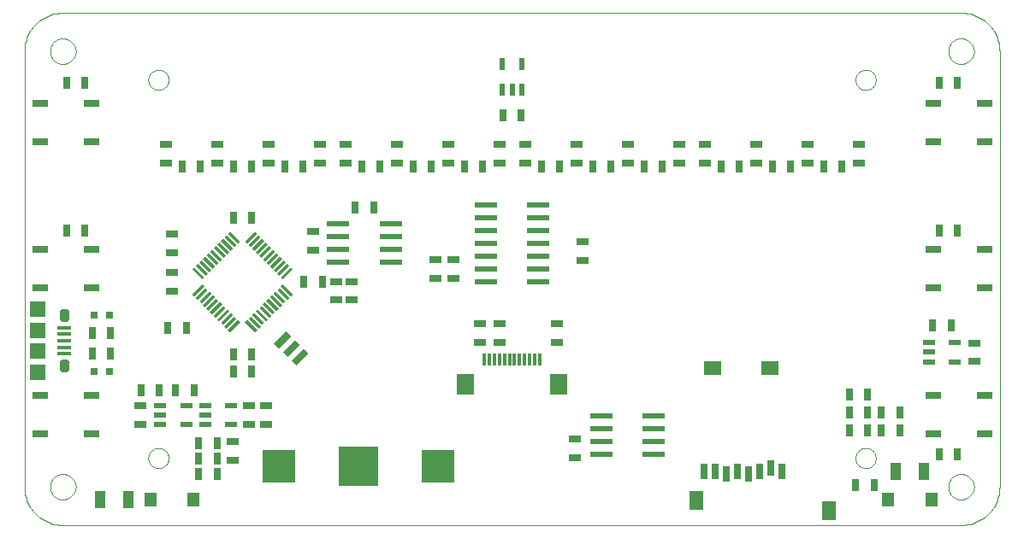
<source format=gtp>
G75*
%MOIN*%
%OFA0B0*%
%FSLAX24Y24*%
%IPPOS*%
%LPD*%
%AMOC8*
5,1,8,0,0,1.08239X$1,22.5*
%
%ADD10C,0.0000*%
%ADD11R,0.0276X0.0669*%
%ADD12R,0.0394X0.0709*%
%ADD13R,0.0472X0.0217*%
%ADD14R,0.0472X0.0315*%
%ADD15R,0.0315X0.0472*%
%ADD16R,0.0500X0.0579*%
%ADD17R,0.0870X0.0240*%
%ADD18R,0.0217X0.0472*%
%ADD19R,0.0551X0.0118*%
%ADD20R,0.0300X0.0300*%
%ADD21R,0.0709X0.0551*%
%ADD22R,0.0551X0.0748*%
%ADD23R,0.0315X0.0591*%
%ADD24R,0.0600X0.0300*%
%ADD25R,0.0531X0.0157*%
%ADD26C,0.0281*%
%ADD27R,0.0610X0.0648*%
%ADD28R,0.0610X0.0591*%
%ADD29R,0.1560X0.1560*%
%ADD30R,0.1250X0.1250*%
%ADD31R,0.0118X0.0512*%
%ADD32R,0.0650X0.0807*%
D10*
X017760Y016393D02*
X052760Y016393D01*
X052260Y017893D02*
X052262Y017937D01*
X052268Y017981D01*
X052278Y018024D01*
X052291Y018066D01*
X052308Y018107D01*
X052329Y018146D01*
X052353Y018183D01*
X052380Y018218D01*
X052410Y018250D01*
X052443Y018280D01*
X052479Y018306D01*
X052516Y018330D01*
X052556Y018349D01*
X052597Y018366D01*
X052640Y018378D01*
X052683Y018387D01*
X052727Y018392D01*
X052771Y018393D01*
X052815Y018390D01*
X052859Y018383D01*
X052902Y018372D01*
X052944Y018358D01*
X052984Y018340D01*
X053023Y018318D01*
X053059Y018294D01*
X053093Y018266D01*
X053125Y018235D01*
X053154Y018201D01*
X053180Y018165D01*
X053202Y018127D01*
X053221Y018087D01*
X053236Y018045D01*
X053248Y018003D01*
X053256Y017959D01*
X053260Y017915D01*
X053260Y017871D01*
X053256Y017827D01*
X053248Y017783D01*
X053236Y017741D01*
X053221Y017699D01*
X053202Y017659D01*
X053180Y017621D01*
X053154Y017585D01*
X053125Y017551D01*
X053093Y017520D01*
X053059Y017492D01*
X053023Y017468D01*
X052984Y017446D01*
X052944Y017428D01*
X052902Y017414D01*
X052859Y017403D01*
X052815Y017396D01*
X052771Y017393D01*
X052727Y017394D01*
X052683Y017399D01*
X052640Y017408D01*
X052597Y017420D01*
X052556Y017437D01*
X052516Y017456D01*
X052479Y017480D01*
X052443Y017506D01*
X052410Y017536D01*
X052380Y017568D01*
X052353Y017603D01*
X052329Y017640D01*
X052308Y017679D01*
X052291Y017720D01*
X052278Y017762D01*
X052268Y017805D01*
X052262Y017849D01*
X052260Y017893D01*
X052760Y016393D02*
X052836Y016395D01*
X052912Y016401D01*
X052987Y016410D01*
X053062Y016424D01*
X053136Y016441D01*
X053209Y016462D01*
X053281Y016486D01*
X053352Y016515D01*
X053421Y016546D01*
X053488Y016581D01*
X053553Y016620D01*
X053617Y016662D01*
X053678Y016707D01*
X053737Y016755D01*
X053793Y016806D01*
X053847Y016860D01*
X053898Y016916D01*
X053946Y016975D01*
X053991Y017036D01*
X054033Y017100D01*
X054072Y017165D01*
X054107Y017232D01*
X054138Y017301D01*
X054167Y017372D01*
X054191Y017444D01*
X054212Y017517D01*
X054229Y017591D01*
X054243Y017666D01*
X054252Y017741D01*
X054258Y017817D01*
X054260Y017893D01*
X054260Y034893D01*
X052260Y034893D02*
X052262Y034937D01*
X052268Y034981D01*
X052278Y035024D01*
X052291Y035066D01*
X052308Y035107D01*
X052329Y035146D01*
X052353Y035183D01*
X052380Y035218D01*
X052410Y035250D01*
X052443Y035280D01*
X052479Y035306D01*
X052516Y035330D01*
X052556Y035349D01*
X052597Y035366D01*
X052640Y035378D01*
X052683Y035387D01*
X052727Y035392D01*
X052771Y035393D01*
X052815Y035390D01*
X052859Y035383D01*
X052902Y035372D01*
X052944Y035358D01*
X052984Y035340D01*
X053023Y035318D01*
X053059Y035294D01*
X053093Y035266D01*
X053125Y035235D01*
X053154Y035201D01*
X053180Y035165D01*
X053202Y035127D01*
X053221Y035087D01*
X053236Y035045D01*
X053248Y035003D01*
X053256Y034959D01*
X053260Y034915D01*
X053260Y034871D01*
X053256Y034827D01*
X053248Y034783D01*
X053236Y034741D01*
X053221Y034699D01*
X053202Y034659D01*
X053180Y034621D01*
X053154Y034585D01*
X053125Y034551D01*
X053093Y034520D01*
X053059Y034492D01*
X053023Y034468D01*
X052984Y034446D01*
X052944Y034428D01*
X052902Y034414D01*
X052859Y034403D01*
X052815Y034396D01*
X052771Y034393D01*
X052727Y034394D01*
X052683Y034399D01*
X052640Y034408D01*
X052597Y034420D01*
X052556Y034437D01*
X052516Y034456D01*
X052479Y034480D01*
X052443Y034506D01*
X052410Y034536D01*
X052380Y034568D01*
X052353Y034603D01*
X052329Y034640D01*
X052308Y034679D01*
X052291Y034720D01*
X052278Y034762D01*
X052268Y034805D01*
X052262Y034849D01*
X052260Y034893D01*
X052760Y036393D02*
X052836Y036391D01*
X052912Y036385D01*
X052987Y036376D01*
X053062Y036362D01*
X053136Y036345D01*
X053209Y036324D01*
X053281Y036300D01*
X053352Y036271D01*
X053421Y036240D01*
X053488Y036205D01*
X053553Y036166D01*
X053617Y036124D01*
X053678Y036079D01*
X053737Y036031D01*
X053793Y035980D01*
X053847Y035926D01*
X053898Y035870D01*
X053946Y035811D01*
X053991Y035750D01*
X054033Y035686D01*
X054072Y035621D01*
X054107Y035554D01*
X054138Y035485D01*
X054167Y035414D01*
X054191Y035342D01*
X054212Y035269D01*
X054229Y035195D01*
X054243Y035120D01*
X054252Y035045D01*
X054258Y034969D01*
X054260Y034893D01*
X052760Y036393D02*
X017760Y036393D01*
X017260Y034893D02*
X017262Y034937D01*
X017268Y034981D01*
X017278Y035024D01*
X017291Y035066D01*
X017308Y035107D01*
X017329Y035146D01*
X017353Y035183D01*
X017380Y035218D01*
X017410Y035250D01*
X017443Y035280D01*
X017479Y035306D01*
X017516Y035330D01*
X017556Y035349D01*
X017597Y035366D01*
X017640Y035378D01*
X017683Y035387D01*
X017727Y035392D01*
X017771Y035393D01*
X017815Y035390D01*
X017859Y035383D01*
X017902Y035372D01*
X017944Y035358D01*
X017984Y035340D01*
X018023Y035318D01*
X018059Y035294D01*
X018093Y035266D01*
X018125Y035235D01*
X018154Y035201D01*
X018180Y035165D01*
X018202Y035127D01*
X018221Y035087D01*
X018236Y035045D01*
X018248Y035003D01*
X018256Y034959D01*
X018260Y034915D01*
X018260Y034871D01*
X018256Y034827D01*
X018248Y034783D01*
X018236Y034741D01*
X018221Y034699D01*
X018202Y034659D01*
X018180Y034621D01*
X018154Y034585D01*
X018125Y034551D01*
X018093Y034520D01*
X018059Y034492D01*
X018023Y034468D01*
X017984Y034446D01*
X017944Y034428D01*
X017902Y034414D01*
X017859Y034403D01*
X017815Y034396D01*
X017771Y034393D01*
X017727Y034394D01*
X017683Y034399D01*
X017640Y034408D01*
X017597Y034420D01*
X017556Y034437D01*
X017516Y034456D01*
X017479Y034480D01*
X017443Y034506D01*
X017410Y034536D01*
X017380Y034568D01*
X017353Y034603D01*
X017329Y034640D01*
X017308Y034679D01*
X017291Y034720D01*
X017278Y034762D01*
X017268Y034805D01*
X017262Y034849D01*
X017260Y034893D01*
X016260Y034893D02*
X016262Y034969D01*
X016268Y035045D01*
X016277Y035120D01*
X016291Y035195D01*
X016308Y035269D01*
X016329Y035342D01*
X016353Y035414D01*
X016382Y035485D01*
X016413Y035554D01*
X016448Y035621D01*
X016487Y035686D01*
X016529Y035750D01*
X016574Y035811D01*
X016622Y035870D01*
X016673Y035926D01*
X016727Y035980D01*
X016783Y036031D01*
X016842Y036079D01*
X016903Y036124D01*
X016967Y036166D01*
X017032Y036205D01*
X017099Y036240D01*
X017168Y036271D01*
X017239Y036300D01*
X017311Y036324D01*
X017384Y036345D01*
X017458Y036362D01*
X017533Y036376D01*
X017608Y036385D01*
X017684Y036391D01*
X017760Y036393D01*
X016260Y034893D02*
X016260Y017893D01*
X017260Y017893D02*
X017262Y017937D01*
X017268Y017981D01*
X017278Y018024D01*
X017291Y018066D01*
X017308Y018107D01*
X017329Y018146D01*
X017353Y018183D01*
X017380Y018218D01*
X017410Y018250D01*
X017443Y018280D01*
X017479Y018306D01*
X017516Y018330D01*
X017556Y018349D01*
X017597Y018366D01*
X017640Y018378D01*
X017683Y018387D01*
X017727Y018392D01*
X017771Y018393D01*
X017815Y018390D01*
X017859Y018383D01*
X017902Y018372D01*
X017944Y018358D01*
X017984Y018340D01*
X018023Y018318D01*
X018059Y018294D01*
X018093Y018266D01*
X018125Y018235D01*
X018154Y018201D01*
X018180Y018165D01*
X018202Y018127D01*
X018221Y018087D01*
X018236Y018045D01*
X018248Y018003D01*
X018256Y017959D01*
X018260Y017915D01*
X018260Y017871D01*
X018256Y017827D01*
X018248Y017783D01*
X018236Y017741D01*
X018221Y017699D01*
X018202Y017659D01*
X018180Y017621D01*
X018154Y017585D01*
X018125Y017551D01*
X018093Y017520D01*
X018059Y017492D01*
X018023Y017468D01*
X017984Y017446D01*
X017944Y017428D01*
X017902Y017414D01*
X017859Y017403D01*
X017815Y017396D01*
X017771Y017393D01*
X017727Y017394D01*
X017683Y017399D01*
X017640Y017408D01*
X017597Y017420D01*
X017556Y017437D01*
X017516Y017456D01*
X017479Y017480D01*
X017443Y017506D01*
X017410Y017536D01*
X017380Y017568D01*
X017353Y017603D01*
X017329Y017640D01*
X017308Y017679D01*
X017291Y017720D01*
X017278Y017762D01*
X017268Y017805D01*
X017262Y017849D01*
X017260Y017893D01*
X016260Y017893D02*
X016262Y017817D01*
X016268Y017741D01*
X016277Y017666D01*
X016291Y017591D01*
X016308Y017517D01*
X016329Y017444D01*
X016353Y017372D01*
X016382Y017301D01*
X016413Y017232D01*
X016448Y017165D01*
X016487Y017100D01*
X016529Y017036D01*
X016574Y016975D01*
X016622Y016916D01*
X016673Y016860D01*
X016727Y016806D01*
X016783Y016755D01*
X016842Y016707D01*
X016903Y016662D01*
X016967Y016620D01*
X017032Y016581D01*
X017099Y016546D01*
X017168Y016515D01*
X017239Y016486D01*
X017311Y016462D01*
X017384Y016441D01*
X017458Y016424D01*
X017533Y016410D01*
X017608Y016401D01*
X017684Y016395D01*
X017760Y016393D01*
X021086Y019011D02*
X021088Y019050D01*
X021094Y019089D01*
X021104Y019127D01*
X021117Y019164D01*
X021134Y019199D01*
X021154Y019233D01*
X021178Y019264D01*
X021205Y019293D01*
X021234Y019319D01*
X021266Y019342D01*
X021300Y019362D01*
X021336Y019378D01*
X021373Y019390D01*
X021412Y019399D01*
X021451Y019404D01*
X021490Y019405D01*
X021529Y019402D01*
X021568Y019395D01*
X021605Y019384D01*
X021642Y019370D01*
X021677Y019352D01*
X021710Y019331D01*
X021741Y019306D01*
X021769Y019279D01*
X021794Y019249D01*
X021816Y019216D01*
X021835Y019182D01*
X021850Y019146D01*
X021862Y019108D01*
X021870Y019070D01*
X021874Y019031D01*
X021874Y018991D01*
X021870Y018952D01*
X021862Y018914D01*
X021850Y018876D01*
X021835Y018840D01*
X021816Y018806D01*
X021794Y018773D01*
X021769Y018743D01*
X021741Y018716D01*
X021710Y018691D01*
X021677Y018670D01*
X021642Y018652D01*
X021605Y018638D01*
X021568Y018627D01*
X021529Y018620D01*
X021490Y018617D01*
X021451Y018618D01*
X021412Y018623D01*
X021373Y018632D01*
X021336Y018644D01*
X021300Y018660D01*
X021266Y018680D01*
X021234Y018703D01*
X021205Y018729D01*
X021178Y018758D01*
X021154Y018789D01*
X021134Y018823D01*
X021117Y018858D01*
X021104Y018895D01*
X021094Y018933D01*
X021088Y018972D01*
X021086Y019011D01*
X021086Y033775D02*
X021088Y033814D01*
X021094Y033853D01*
X021104Y033891D01*
X021117Y033928D01*
X021134Y033963D01*
X021154Y033997D01*
X021178Y034028D01*
X021205Y034057D01*
X021234Y034083D01*
X021266Y034106D01*
X021300Y034126D01*
X021336Y034142D01*
X021373Y034154D01*
X021412Y034163D01*
X021451Y034168D01*
X021490Y034169D01*
X021529Y034166D01*
X021568Y034159D01*
X021605Y034148D01*
X021642Y034134D01*
X021677Y034116D01*
X021710Y034095D01*
X021741Y034070D01*
X021769Y034043D01*
X021794Y034013D01*
X021816Y033980D01*
X021835Y033946D01*
X021850Y033910D01*
X021862Y033872D01*
X021870Y033834D01*
X021874Y033795D01*
X021874Y033755D01*
X021870Y033716D01*
X021862Y033678D01*
X021850Y033640D01*
X021835Y033604D01*
X021816Y033570D01*
X021794Y033537D01*
X021769Y033507D01*
X021741Y033480D01*
X021710Y033455D01*
X021677Y033434D01*
X021642Y033416D01*
X021605Y033402D01*
X021568Y033391D01*
X021529Y033384D01*
X021490Y033381D01*
X021451Y033382D01*
X021412Y033387D01*
X021373Y033396D01*
X021336Y033408D01*
X021300Y033424D01*
X021266Y033444D01*
X021234Y033467D01*
X021205Y033493D01*
X021178Y033522D01*
X021154Y033553D01*
X021134Y033587D01*
X021117Y033622D01*
X021104Y033659D01*
X021094Y033697D01*
X021088Y033736D01*
X021086Y033775D01*
X048645Y033775D02*
X048647Y033814D01*
X048653Y033853D01*
X048663Y033891D01*
X048676Y033928D01*
X048693Y033963D01*
X048713Y033997D01*
X048737Y034028D01*
X048764Y034057D01*
X048793Y034083D01*
X048825Y034106D01*
X048859Y034126D01*
X048895Y034142D01*
X048932Y034154D01*
X048971Y034163D01*
X049010Y034168D01*
X049049Y034169D01*
X049088Y034166D01*
X049127Y034159D01*
X049164Y034148D01*
X049201Y034134D01*
X049236Y034116D01*
X049269Y034095D01*
X049300Y034070D01*
X049328Y034043D01*
X049353Y034013D01*
X049375Y033980D01*
X049394Y033946D01*
X049409Y033910D01*
X049421Y033872D01*
X049429Y033834D01*
X049433Y033795D01*
X049433Y033755D01*
X049429Y033716D01*
X049421Y033678D01*
X049409Y033640D01*
X049394Y033604D01*
X049375Y033570D01*
X049353Y033537D01*
X049328Y033507D01*
X049300Y033480D01*
X049269Y033455D01*
X049236Y033434D01*
X049201Y033416D01*
X049164Y033402D01*
X049127Y033391D01*
X049088Y033384D01*
X049049Y033381D01*
X049010Y033382D01*
X048971Y033387D01*
X048932Y033396D01*
X048895Y033408D01*
X048859Y033424D01*
X048825Y033444D01*
X048793Y033467D01*
X048764Y033493D01*
X048737Y033522D01*
X048713Y033553D01*
X048693Y033587D01*
X048676Y033622D01*
X048663Y033659D01*
X048653Y033697D01*
X048647Y033736D01*
X048645Y033775D01*
X048645Y019011D02*
X048647Y019050D01*
X048653Y019089D01*
X048663Y019127D01*
X048676Y019164D01*
X048693Y019199D01*
X048713Y019233D01*
X048737Y019264D01*
X048764Y019293D01*
X048793Y019319D01*
X048825Y019342D01*
X048859Y019362D01*
X048895Y019378D01*
X048932Y019390D01*
X048971Y019399D01*
X049010Y019404D01*
X049049Y019405D01*
X049088Y019402D01*
X049127Y019395D01*
X049164Y019384D01*
X049201Y019370D01*
X049236Y019352D01*
X049269Y019331D01*
X049300Y019306D01*
X049328Y019279D01*
X049353Y019249D01*
X049375Y019216D01*
X049394Y019182D01*
X049409Y019146D01*
X049421Y019108D01*
X049429Y019070D01*
X049433Y019031D01*
X049433Y018991D01*
X049429Y018952D01*
X049421Y018914D01*
X049409Y018876D01*
X049394Y018840D01*
X049375Y018806D01*
X049353Y018773D01*
X049328Y018743D01*
X049300Y018716D01*
X049269Y018691D01*
X049236Y018670D01*
X049201Y018652D01*
X049164Y018638D01*
X049127Y018627D01*
X049088Y018620D01*
X049049Y018617D01*
X049010Y018618D01*
X048971Y018623D01*
X048932Y018632D01*
X048895Y018644D01*
X048859Y018660D01*
X048825Y018680D01*
X048793Y018703D01*
X048764Y018729D01*
X048737Y018758D01*
X048713Y018789D01*
X048693Y018823D01*
X048676Y018858D01*
X048663Y018895D01*
X048653Y018933D01*
X048647Y018972D01*
X048645Y019011D01*
D11*
G36*
X027132Y023292D02*
X027327Y023097D01*
X026856Y022626D01*
X026661Y022821D01*
X027132Y023292D01*
G37*
G36*
X026798Y023626D02*
X026993Y023431D01*
X026522Y022960D01*
X026327Y023155D01*
X026798Y023626D01*
G37*
G36*
X026463Y023960D02*
X026658Y023765D01*
X026187Y023294D01*
X025992Y023489D01*
X026463Y023960D01*
G37*
D12*
X020311Y017393D03*
X019208Y017393D03*
X050208Y018498D03*
X051311Y018498D03*
D13*
X051498Y022769D03*
X051498Y023143D03*
X051498Y023517D03*
X052521Y023517D03*
X052521Y022769D03*
X024321Y021067D03*
X024321Y020319D03*
X023298Y020319D03*
X023298Y020693D03*
X023298Y021067D03*
X022571Y021067D03*
X022571Y020319D03*
X021548Y020319D03*
X021548Y020693D03*
X021548Y021067D03*
D14*
X020760Y021048D03*
X020760Y020339D03*
X024360Y019648D03*
X025010Y020339D03*
X025660Y020339D03*
X025660Y021048D03*
X025010Y021048D03*
X024360Y018939D03*
X028410Y025189D03*
X029010Y025189D03*
X029010Y025898D03*
X028410Y025898D03*
X027510Y027139D03*
X027510Y027848D03*
X027760Y030539D03*
X028760Y030539D03*
X028760Y031248D03*
X027760Y031248D03*
X025760Y031248D03*
X025760Y030539D03*
X023760Y030539D03*
X023760Y031248D03*
X021760Y031248D03*
X021760Y030539D03*
X022010Y027748D03*
X022010Y027039D03*
X022010Y026248D03*
X022010Y025539D03*
X030760Y030539D03*
X030760Y031248D03*
X032760Y031248D03*
X032760Y030539D03*
X034760Y030539D03*
X034760Y031248D03*
X035760Y031248D03*
X035760Y030539D03*
X037760Y030539D03*
X037760Y031248D03*
X039760Y031248D03*
X039760Y030539D03*
X041760Y030539D03*
X041760Y031248D03*
X042760Y031248D03*
X042760Y030539D03*
X044760Y030539D03*
X044760Y031248D03*
X046760Y031248D03*
X046760Y030539D03*
X048760Y030539D03*
X048760Y031248D03*
X053260Y023498D03*
X053260Y022789D03*
X038010Y026739D03*
X038010Y027448D03*
X036995Y024248D03*
X036995Y023539D03*
X034760Y023539D03*
X034010Y023539D03*
X034010Y024248D03*
X034760Y024248D03*
X032960Y026039D03*
X032260Y026039D03*
X032260Y026748D03*
X032960Y026748D03*
X037710Y019748D03*
X037710Y019039D03*
D15*
X027864Y025893D03*
X027155Y025893D03*
X025114Y028393D03*
X024405Y028393D03*
X024405Y030393D03*
X025114Y030393D03*
X026405Y030393D03*
X027114Y030393D03*
X029405Y030393D03*
X030114Y030393D03*
X031405Y030393D03*
X032114Y030393D03*
X033405Y030393D03*
X034114Y030393D03*
X036405Y030393D03*
X037114Y030393D03*
X038405Y030393D03*
X039114Y030393D03*
X040405Y030393D03*
X041114Y030393D03*
X043405Y030393D03*
X044114Y030393D03*
X045405Y030393D03*
X046114Y030393D03*
X047405Y030393D03*
X048114Y030393D03*
X051905Y027893D03*
X052614Y027893D03*
X052364Y024193D03*
X051655Y024193D03*
X049114Y021493D03*
X048405Y021493D03*
X048405Y020793D03*
X048405Y020093D03*
X049114Y020093D03*
X049655Y020093D03*
X049655Y020793D03*
X049114Y020793D03*
X050364Y020793D03*
X050364Y020093D03*
X051905Y019143D03*
X052614Y019143D03*
X049364Y017943D03*
X048655Y017943D03*
X029864Y028793D03*
X029155Y028793D03*
X034905Y032393D03*
X035614Y032393D03*
X023114Y030393D03*
X022405Y030393D03*
X018614Y027893D03*
X017905Y027893D03*
X021855Y024093D03*
X022564Y024093D03*
X024405Y023043D03*
X024405Y022393D03*
X025114Y022393D03*
X025114Y023043D03*
X022864Y021643D03*
X022155Y021643D03*
X021514Y021643D03*
X020805Y021643D03*
X019614Y023093D03*
X018905Y023093D03*
X018905Y023893D03*
X019614Y023893D03*
X023055Y019593D03*
X023055Y018993D03*
X023055Y018393D03*
X023764Y018393D03*
X023764Y018993D03*
X023764Y019593D03*
X018614Y033643D03*
X017905Y033643D03*
X051905Y033643D03*
X052614Y033643D03*
D16*
X051606Y017393D03*
X049913Y017393D03*
X022856Y017393D03*
X021163Y017393D03*
D17*
X034230Y025893D03*
X034230Y026393D03*
X034230Y026893D03*
X034230Y027393D03*
X034230Y027893D03*
X034230Y028393D03*
X034230Y028893D03*
X036290Y028893D03*
X036290Y028393D03*
X036290Y027893D03*
X036290Y027393D03*
X036290Y026893D03*
X036290Y026393D03*
X036290Y025893D03*
X030540Y026643D03*
X030540Y027143D03*
X030540Y027643D03*
X030540Y028143D03*
X028480Y028143D03*
X028480Y027643D03*
X028480Y027143D03*
X028480Y026643D03*
X038730Y020643D03*
X038730Y020143D03*
X038730Y019643D03*
X038730Y019143D03*
X040790Y019143D03*
X040790Y019643D03*
X040790Y020143D03*
X040790Y020643D03*
D18*
X035634Y033381D03*
X035260Y033381D03*
X034885Y033381D03*
X034885Y034405D03*
X035634Y034405D03*
D19*
G36*
X025275Y027050D02*
X025663Y027438D01*
X025747Y027354D01*
X025359Y026966D01*
X025275Y027050D01*
G37*
G36*
X025136Y027189D02*
X025524Y027577D01*
X025608Y027493D01*
X025220Y027105D01*
X025136Y027189D01*
G37*
G36*
X024997Y027328D02*
X025385Y027716D01*
X025469Y027632D01*
X025081Y027244D01*
X024997Y027328D01*
G37*
G36*
X024858Y027467D02*
X025246Y027855D01*
X025330Y027771D01*
X024942Y027383D01*
X024858Y027467D01*
G37*
G36*
X024273Y027855D02*
X024661Y027467D01*
X024577Y027383D01*
X024189Y027771D01*
X024273Y027855D01*
G37*
G36*
X024134Y027716D02*
X024522Y027328D01*
X024438Y027244D01*
X024050Y027632D01*
X024134Y027716D01*
G37*
G36*
X023995Y027577D02*
X024383Y027189D01*
X024299Y027105D01*
X023911Y027493D01*
X023995Y027577D01*
G37*
G36*
X023856Y027438D02*
X024244Y027050D01*
X024160Y026966D01*
X023772Y027354D01*
X023856Y027438D01*
G37*
G36*
X023717Y027299D02*
X024105Y026911D01*
X024021Y026827D01*
X023633Y027215D01*
X023717Y027299D01*
G37*
G36*
X023577Y027159D02*
X023965Y026771D01*
X023881Y026687D01*
X023493Y027075D01*
X023577Y027159D01*
G37*
G36*
X023742Y026548D02*
X023354Y026936D01*
X023438Y027020D01*
X023826Y026632D01*
X023742Y026548D01*
G37*
G36*
X023603Y026409D02*
X023215Y026797D01*
X023299Y026881D01*
X023687Y026493D01*
X023603Y026409D01*
G37*
G36*
X023464Y026270D02*
X023076Y026658D01*
X023160Y026742D01*
X023548Y026354D01*
X023464Y026270D01*
G37*
G36*
X023325Y026131D02*
X022937Y026519D01*
X023021Y026603D01*
X023409Y026215D01*
X023325Y026131D01*
G37*
G36*
X023186Y025991D02*
X022798Y026379D01*
X022882Y026463D01*
X023270Y026075D01*
X023186Y025991D01*
G37*
G36*
X022798Y025407D02*
X023186Y025795D01*
X023270Y025711D01*
X022882Y025323D01*
X022798Y025407D01*
G37*
G36*
X022937Y025268D02*
X023325Y025656D01*
X023409Y025572D01*
X023021Y025184D01*
X022937Y025268D01*
G37*
G36*
X023076Y025129D02*
X023464Y025517D01*
X023548Y025433D01*
X023160Y025045D01*
X023076Y025129D01*
G37*
G36*
X023215Y024990D02*
X023603Y025378D01*
X023687Y025294D01*
X023299Y024906D01*
X023215Y024990D01*
G37*
G36*
X023354Y024850D02*
X023742Y025238D01*
X023826Y025154D01*
X023438Y024766D01*
X023354Y024850D01*
G37*
G36*
X023493Y024711D02*
X023881Y025099D01*
X023965Y025015D01*
X023577Y024627D01*
X023493Y024711D01*
G37*
G36*
X024105Y024876D02*
X023717Y024488D01*
X023633Y024572D01*
X024021Y024960D01*
X024105Y024876D01*
G37*
G36*
X024244Y024737D02*
X023856Y024349D01*
X023772Y024433D01*
X024160Y024821D01*
X024244Y024737D01*
G37*
G36*
X024383Y024598D02*
X023995Y024210D01*
X023911Y024294D01*
X024299Y024682D01*
X024383Y024598D01*
G37*
G36*
X024522Y024458D02*
X024134Y024070D01*
X024050Y024154D01*
X024438Y024542D01*
X024522Y024458D01*
G37*
G36*
X024661Y024319D02*
X024273Y023931D01*
X024189Y024015D01*
X024577Y024403D01*
X024661Y024319D01*
G37*
G36*
X025246Y023931D02*
X024858Y024319D01*
X024942Y024403D01*
X025330Y024015D01*
X025246Y023931D01*
G37*
G36*
X025385Y024070D02*
X024997Y024458D01*
X025081Y024542D01*
X025469Y024154D01*
X025385Y024070D01*
G37*
G36*
X025524Y024210D02*
X025136Y024598D01*
X025220Y024682D01*
X025608Y024294D01*
X025524Y024210D01*
G37*
G36*
X025663Y024349D02*
X025275Y024737D01*
X025359Y024821D01*
X025747Y024433D01*
X025663Y024349D01*
G37*
G36*
X025802Y024488D02*
X025414Y024876D01*
X025498Y024960D01*
X025886Y024572D01*
X025802Y024488D01*
G37*
G36*
X025942Y024627D02*
X025554Y025015D01*
X025638Y025099D01*
X026026Y024711D01*
X025942Y024627D01*
G37*
G36*
X025777Y025238D02*
X026165Y024850D01*
X026081Y024766D01*
X025693Y025154D01*
X025777Y025238D01*
G37*
G36*
X025916Y025378D02*
X026304Y024990D01*
X026220Y024906D01*
X025832Y025294D01*
X025916Y025378D01*
G37*
G36*
X026055Y025517D02*
X026443Y025129D01*
X026359Y025045D01*
X025971Y025433D01*
X026055Y025517D01*
G37*
G36*
X026194Y025656D02*
X026582Y025268D01*
X026498Y025184D01*
X026110Y025572D01*
X026194Y025656D01*
G37*
G36*
X026334Y025795D02*
X026722Y025407D01*
X026638Y025323D01*
X026250Y025711D01*
X026334Y025795D01*
G37*
G36*
X026722Y026379D02*
X026334Y025991D01*
X026250Y026075D01*
X026638Y026463D01*
X026722Y026379D01*
G37*
G36*
X026582Y026519D02*
X026194Y026131D01*
X026110Y026215D01*
X026498Y026603D01*
X026582Y026519D01*
G37*
G36*
X026443Y026658D02*
X026055Y026270D01*
X025971Y026354D01*
X026359Y026742D01*
X026443Y026658D01*
G37*
G36*
X026304Y026797D02*
X025916Y026409D01*
X025832Y026493D01*
X026220Y026881D01*
X026304Y026797D01*
G37*
G36*
X026165Y026936D02*
X025777Y026548D01*
X025693Y026632D01*
X026081Y027020D01*
X026165Y026936D01*
G37*
G36*
X026026Y027075D02*
X025638Y026687D01*
X025554Y026771D01*
X025942Y027159D01*
X026026Y027075D01*
G37*
G36*
X025414Y026911D02*
X025802Y027299D01*
X025886Y027215D01*
X025498Y026827D01*
X025414Y026911D01*
G37*
D20*
X019560Y024593D03*
X018960Y024593D03*
X018960Y022393D03*
X019560Y022393D03*
D21*
X043067Y022536D03*
X045311Y022536D03*
D22*
X042437Y017359D03*
X047614Y016965D03*
D23*
X045779Y018481D03*
X045346Y018638D03*
X044913Y018481D03*
X044480Y018402D03*
X044047Y018481D03*
X043614Y018402D03*
X043181Y018481D03*
X042748Y018481D03*
D24*
X051660Y019943D03*
X051660Y021443D03*
X053660Y021443D03*
X053660Y019943D03*
X053660Y025643D03*
X053660Y027143D03*
X051660Y027143D03*
X051660Y025643D03*
X051660Y031343D03*
X051660Y032843D03*
X053660Y032843D03*
X053660Y031343D03*
X018860Y031343D03*
X016860Y031343D03*
X016860Y032843D03*
X018860Y032843D03*
X018860Y027143D03*
X016860Y027143D03*
X016860Y025643D03*
X018860Y025643D03*
X018860Y021443D03*
X016860Y021443D03*
X016860Y019943D03*
X018860Y019943D03*
D25*
X017823Y023081D03*
X017823Y023337D03*
X017823Y023593D03*
X017823Y023849D03*
X017823Y024105D03*
D26*
X017776Y024472D02*
X017776Y024684D01*
X017870Y024684D01*
X017870Y024472D01*
X017776Y024472D01*
X017776Y022715D02*
X017776Y022503D01*
X017776Y022715D02*
X017870Y022715D01*
X017870Y022503D01*
X017776Y022503D01*
D27*
X016760Y022364D03*
X016760Y024823D03*
D28*
X016760Y023987D03*
X016760Y023200D03*
D29*
X029260Y018693D03*
D30*
X032360Y018693D03*
X026160Y018693D03*
D31*
X034177Y022858D03*
X034374Y022858D03*
X034571Y022858D03*
X034767Y022858D03*
X034964Y022858D03*
X035161Y022858D03*
X035358Y022858D03*
X035555Y022858D03*
X035752Y022858D03*
X035948Y022858D03*
X036145Y022858D03*
X036342Y022858D03*
D32*
X037090Y021893D03*
X033429Y021893D03*
M02*

</source>
